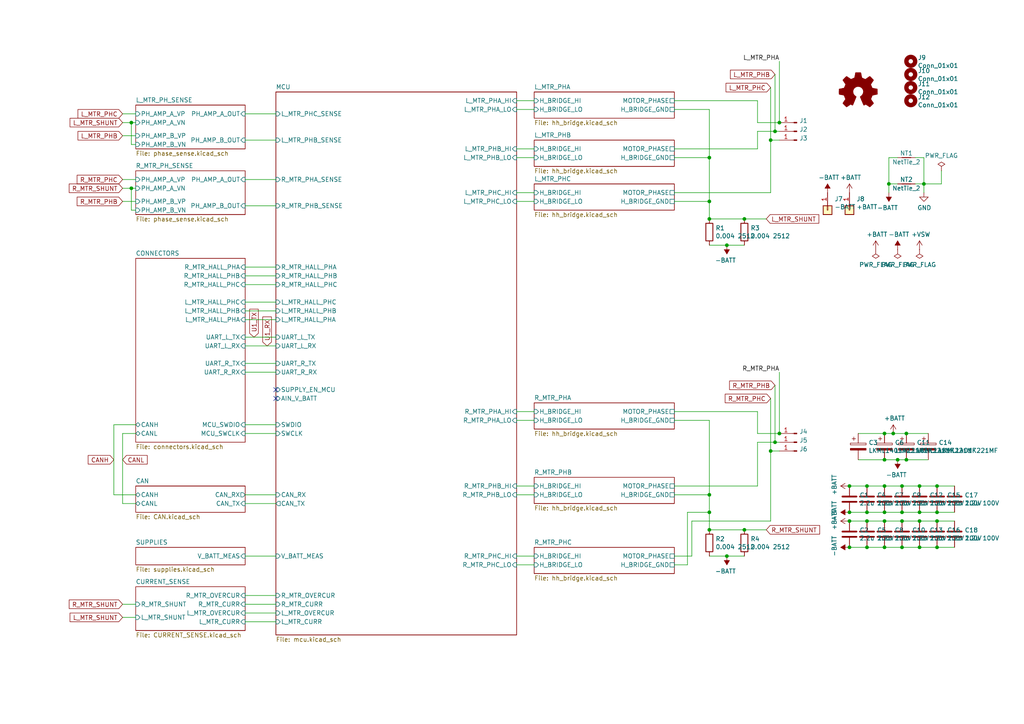
<source format=kicad_sch>
(kicad_sch (version 20211123) (generator eeschema)
  (paper "A4")
  (lib_symbols
    (symbol "Connector:Conn_01x01_Male" (pin_names (offset 1.016) hide)
      (property "Reference" "J" (at 0 2.54 0))
      (property "Value" "Conn_01x01_Male" (at 0 -2.54 0))
      (symbol "Conn_01x01_Male_1_1"
        (pin passive line (at 5.08 0 180) (length 3.81) (name "Pin_1") (number "1"))
      )
    )
    (symbol "Connector_Generic:Conn_01x01" (pin_names (offset 1.016) hide)
      (property "Reference" "J" (at 0 2.54 0))
      (property "Value" "Conn_01x01" (at 0 -2.54 0))
      (symbol "Conn_01x01_1_1"
        (pin passive line (at -5.08 0 0) (length 3.81) (name "Pin_1") (number "1"))
      )
    )
    (symbol "Connector_Generic:Conn_01x06" (pin_names (offset 1.016) hide)
      (property "Reference" "J" (at 0 7.62 0))
      (property "Value" "Conn_01x06" (at 0 -10.16 0))
      (symbol "Conn_01x06_1_1"
        (pin passive line (at -5.08 5.08 0) (length 3.81) (name "Pin_1") (number "1"))
        (pin passive line (at -5.08 2.54 0) (length 3.81) (name "Pin_2") (number "2"))
        (pin passive line (at -5.08 0 0) (length 3.81) (name "Pin_3") (number "3"))
        (pin passive line (at -5.08 -2.54 0) (length 3.81) (name "Pin_4") (number "4"))
        (pin passive line (at -5.08 -5.08 0) (length 3.81) (name "Pin_5") (number "5"))
        (pin passive line (at -5.08 -7.62 0) (length 3.81) (name "Pin_6") (number "6"))
      )
    )
    (symbol "Device:C" (pin_numbers hide) (pin_names (offset 0.254))
      (property "Reference" "C" (at 0.635 2.54 0))
      (property "Value" "C" (at 0.635 -2.54 0))
      (symbol "C_1_1"
        (pin passive line (at 0 3.81 270) (length 2.794) (name "~") (number "1"))
        (pin passive line (at 0 -3.81 90) (length 2.794) (name "~") (number "2"))
      )
    )
    (symbol "Device:C_Polarized" (pin_numbers hide) (pin_names (offset 0.254))
      (property "Reference" "C" (at 0.635 2.54 0))
      (property "Value" "C_Polarized" (at 0.635 -2.54 0))
      (symbol "C_Polarized_1_1"
        (pin passive line (at 0 3.81 270) (length 2.794) (name "~") (number "1"))
        (pin passive line (at 0 -3.81 90) (length 2.794) (name "~") (number "2"))
      )
    )
    (symbol "Device:NetTie_2" (pin_numbers hide) (pin_names (offset 0) hide)
      (property "Reference" "NT" (at 0 1.27 0))
      (property "Value" "NetTie_2" (at 0 -1.27 0))
      (symbol "NetTie_2_1_1"
        (pin passive line (at -2.54 0 0) (length 2.54) (name "1") (number "1"))
        (pin passive line (at 2.54 0 180) (length 2.54) (name "2") (number "2"))
      )
    )
    (symbol "Device:R" (pin_numbers hide) (pin_names (offset 0))
      (property "Reference" "R" (at 2.032 0 90))
      (property "Value" "R" (at 0 0 90))
      (symbol "R_1_1"
        (pin passive line (at 0 3.81 270) (length 1.27) (name "~") (number "1"))
        (pin passive line (at 0 -3.81 90) (length 1.27) (name "~") (number "2"))
      )
    )
    (symbol "Graphic:Logo_Open_Hardware_Small" (pin_names (offset 1.016)))
    (symbol "Interface_CAN_LIN:TJA1051T-3" (pin_names (offset 1.016))
      (property "Reference" "U" (at -10.16 8.89 0))
      (property "Value" "TJA1051T-3" (at 1.27 8.89 0))
      (symbol "TJA1051T-3_1_1"
        (pin input line (at -12.7 5.08 0) (length 2.54) (name "TXD") (number "1"))
        (pin power_in line (at 0 -10.16 90) (length 2.54) (name "GND") (number "2"))
        (pin power_in line (at 0 10.16 270) (length 2.54) (name "VCC") (number "3"))
        (pin output line (at -12.7 2.54 0) (length 2.54) (name "RXD") (number "4"))
        (pin power_in line (at -12.7 -2.54 0) (length 2.54) (name "VIO") (number "5"))
        (pin bidirectional line (at 12.7 -2.54 180) (length 2.54) (name "CANL") (number "6"))
        (pin bidirectional line (at 12.7 2.54 180) (length 2.54) (name "CANH") (number "7"))
        (pin input line (at -12.7 -5.08 0) (length 2.54) (name "S") (number "8"))
      )
    )
    (symbol "Mechanical:MountingHole" (pin_names (offset 1.016))
      (property "Reference" "H" (at 0 5.08 0))
      (property "Value" "MountingHole" (at 0 3.175 0))
    )
    (symbol "RF_Module:ESP32-WROOM-32"
      (property "Reference" "U" (at -12.7 34.29 0))
      (property "Value" "ESP32-WROOM-32" (at 1.27 34.29 0))
      (symbol "ESP32-WROOM-32_1_1"
        (pin power_in line (at 0 -35.56 90) (length 2.54) (name "GND") (number "1"))
        (pin bidirectional line (at 15.24 -12.7 180) (length 2.54) (name "IO25") (number "10"))
        (pin bidirectional line (at 15.24 -15.24 180) (length 2.54) (name "IO26") (number "11"))
        (pin bidirectional line (at 15.24 -17.78 180) (length 2.54) (name "IO27") (number "12"))
        (pin bidirectional line (at 15.24 10.16 180) (length 2.54) (name "IO14") (number "13"))
        (pin bidirectional line (at 15.24 15.24 180) (length 2.54) (name "IO12") (number "14"))
        (pin passive line (at 0 -35.56 90) (length 2.54) hide (name "GND") (number "15"))
        (pin bidirectional line (at 15.24 12.7 180) (length 2.54) (name "IO13") (number "16"))
        (pin bidirectional line (at -15.24 -5.08 0) (length 2.54) (name "SHD/SD2") (number "17"))
        (pin bidirectional line (at -15.24 -7.62 0) (length 2.54) (name "SWP/SD3") (number "18"))
        (pin bidirectional line (at -15.24 -12.7 0) (length 2.54) (name "SCS/CMD") (number "19"))
        (pin power_in line (at 0 35.56 270) (length 2.54) (name "VDD") (number "2"))
        (pin bidirectional line (at -15.24 -10.16 0) (length 2.54) (name "SCK/CLK") (number "20"))
        (pin bidirectional line (at -15.24 0 0) (length 2.54) (name "SDO/SD0") (number "21"))
        (pin bidirectional line (at -15.24 -2.54 0) (length 2.54) (name "SDI/SD1") (number "22"))
        (pin bidirectional line (at 15.24 7.62 180) (length 2.54) (name "IO15") (number "23"))
        (pin bidirectional line (at 15.24 25.4 180) (length 2.54) (name "IO2") (number "24"))
        (pin bidirectional line (at 15.24 30.48 180) (length 2.54) (name "IO0") (number "25"))
        (pin bidirectional line (at 15.24 20.32 180) (length 2.54) (name "IO4") (number "26"))
        (pin bidirectional line (at 15.24 5.08 180) (length 2.54) (name "IO16") (number "27"))
        (pin bidirectional line (at 15.24 2.54 180) (length 2.54) (name "IO17") (number "28"))
        (pin bidirectional line (at 15.24 17.78 180) (length 2.54) (name "IO5") (number "29"))
        (pin input line (at -15.24 30.48 0) (length 2.54) (name "EN") (number "3"))
        (pin bidirectional line (at 15.24 0 180) (length 2.54) (name "IO18") (number "30"))
        (pin bidirectional line (at 15.24 -2.54 180) (length 2.54) (name "IO19") (number "31"))
        (pin no_connect line (at -12.7 -27.94 0) (length 2.54) hide (name "NC") (number "32"))
        (pin bidirectional line (at 15.24 -5.08 180) (length 2.54) (name "IO21") (number "33"))
        (pin bidirectional line (at 15.24 22.86 180) (length 2.54) (name "RXD0/IO3") (number "34"))
        (pin bidirectional line (at 15.24 27.94 180) (length 2.54) (name "TXD0/IO1") (number "35"))
        (pin bidirectional line (at 15.24 -7.62 180) (length 2.54) (name "IO22") (number "36"))
        (pin bidirectional line (at 15.24 -10.16 180) (length 2.54) (name "IO23") (number "37"))
        (pin passive line (at 0 -35.56 90) (length 2.54) hide (name "GND") (number "38"))
        (pin passive line (at 0 -35.56 90) (length 2.54) hide (name "GND") (number "39"))
        (pin input line (at -15.24 25.4 0) (length 2.54) (name "SENSOR_VP") (number "4"))
        (pin input line (at -15.24 22.86 0) (length 2.54) (name "SENSOR_VN") (number "5"))
        (pin input line (at 15.24 -25.4 180) (length 2.54) (name "IO34") (number "6"))
        (pin input line (at 15.24 -27.94 180) (length 2.54) (name "IO35") (number "7"))
        (pin bidirectional line (at 15.24 -20.32 180) (length 2.54) (name "IO32") (number "8"))
        (pin bidirectional line (at 15.24 -22.86 180) (length 2.54) (name "IO33") (number "9"))
      )
    )
    (symbol "Sensor_Temperature:LM75B" (pin_names (offset 1.016))
      (property "Reference" "U" (at -6.35 11.43 0))
      (property "Value" "LM75B" (at 0 11.43 0))
      (symbol "LM75B_1_1"
        (pin bidirectional line (at -10.16 2.54 0) (length 2.54) (name "SDA") (number "1"))
        (pin input line (at -10.16 0 0) (length 2.54) (name "SCL") (number "2"))
        (pin open_collector line (at -10.16 -2.54 0) (length 2.54) (name "O.S.") (number "3"))
        (pin power_in line (at 0 -12.7 90) (length 2.54) (name "GND") (number "4"))
        (pin input line (at 10.16 -2.54 180) (length 2.54) (name "A2") (number "5"))
        (pin input line (at 10.16 0 180) (length 2.54) (name "A1") (number "6"))
        (pin input line (at 10.16 2.54 180) (length 2.54) (name "A0") (number "7"))
        (pin power_in line (at 0 12.7 270) (length 2.54) (name "+Vs") (number "8"))
      )
    )
    (symbol "power:+3.3V" (power) (pin_names (offset 0))
      (property "Value" "+3.3V" (at 0 3.556 0))
      (symbol "+3.3V_1_1"
        (pin power_in line (at 0 0 90) (length 0) hide (name "+3V3") (number "1"))
      )
    )
    (symbol "power:+5V" (power) (pin_names (offset 0))
      (property "Value" "+5V" (at 0 3.556 0))
      (symbol "+5V_1_1"
        (pin power_in line (at 0 0 90) (length 0) hide (name "+5V") (number "1"))
      )
    )
    (symbol "power:+BATT" (power) (pin_names (offset 0))
      (property "Value" "+BATT" (at 0 3.556 0))
      (symbol "+BATT_1_1"
        (pin power_in line (at 0 0 90) (length 0) hide (name "+BATT") (number "1"))
      )
    )
    (symbol "power:+VSW" (power) (pin_names (offset 0))
      (property "Value" "+VSW" (at 0 3.556 0))
      (symbol "+VSW_1_1"
        (pin power_in line (at 0 0 90) (length 0) hide (name "+VSW") (number "1"))
      )
    )
    (symbol "power:-BATT" (power) (pin_names (offset 0))
      (property "Value" "-BATT" (at 0 3.556 0))
      (symbol "-BATT_1_1"
        (pin power_in line (at 0 0 90) (length 0) hide (name "-BATT") (number "1"))
      )
    )
    (symbol "power:GND" (power) (pin_names (offset 0))
      (property "Value" "GND" (at 0 -3.81 0))
      (symbol "GND_1_1"
        (pin power_in line (at 0 0 270) (length 0) hide (name "GND") (number "1"))
      )
    )
    (symbol "power:PWR_FLAG" (power) (pin_numbers hide) (pin_names (offset 0) hide)
      (property "Value" "PWR_FLAG" (at 0 3.81 0))
      (symbol "PWR_FLAG_0_0"
        (pin power_out line (at 0 0 90) (length 0) (name "pwr") (number "1"))
      )
    )
  )
  (junction (at 205.74 148.59))
  (junction (at 205.74 153.67))
  (junction (at 251.46 148.59))
  (junction (at 223.52 130.81))
  (junction (at 246.38 140.97))
  (junction (at 257.81 53.34))
  (junction (at 224.79 38.1))
  (junction (at 205.74 45.72))
  (junction (at 266.7 151.13))
  (junction (at 256.54 151.13))
  (junction (at 38.1 35.56))
  (junction (at 251.46 158.75))
  (junction (at 246.38 158.75))
  (junction (at 251.46 151.13))
  (junction (at 261.62 148.59))
  (junction (at 271.78 151.13))
  (junction (at 259.08 125.73))
  (junction (at 261.62 151.13))
  (junction (at 205.74 58.42))
  (junction (at 262.89 125.73))
  (junction (at 266.7 140.97))
  (junction (at 226.06 125.73))
  (junction (at 256.54 125.73))
  (junction (at 256.54 140.97))
  (junction (at 261.62 158.75))
  (junction (at 256.54 158.75))
  (junction (at 215.9 153.67))
  (junction (at 223.52 40.64))
  (junction (at 260.35 133.35))
  (junction (at 455.93 59.69))
  (junction (at 224.79 128.27))
  (junction (at 210.82 161.29))
  (junction (at 210.82 71.12))
  (junction (at 261.62 140.97))
  (junction (at 271.78 140.97))
  (junction (at 215.9 63.5))
  (junction (at 266.7 148.59))
  (junction (at 205.74 63.5))
  (junction (at 205.74 143.51))
  (junction (at 266.7 158.75))
  (junction (at 267.97 53.34))
  (junction (at 271.78 148.59))
  (junction (at 262.89 133.35))
  (junction (at 246.38 148.59))
  (junction (at 251.46 140.97))
  (junction (at 256.54 133.35))
  (junction (at 38.1 54.61))
  (junction (at 256.54 148.59))
  (junction (at 271.78 158.75))
  (junction (at 246.38 151.13))
  (junction (at 226.06 35.56))
  (no_connect (at 80.01 115.57))
  (no_connect (at 80.01 113.03))
  (wire (pts (xy 154.94 55.88) (xy 149.86 55.88)))
  (wire (pts (xy 269.24 133.35) (xy 262.89 133.35)))
  (wire (pts (xy 205.74 143.51) (xy 205.74 148.59)))
  (wire (pts (xy 71.12 100.33) (xy 80.01 100.33)))
  (wire (pts (xy 154.94 58.42) (xy 149.86 58.42)))
  (wire (pts (xy 246.38 148.59) (xy 251.46 148.59)))
  (wire (pts (xy 71.12 177.8) (xy 80.01 177.8)))
  (wire (pts (xy 226.06 17.78) (xy 226.06 35.56)))
  (wire (pts (xy 256.54 158.75) (xy 251.46 158.75)))
  (wire (pts (xy 205.74 148.59) (xy 205.74 153.67)))
  (wire (pts (xy 260.35 133.35) (xy 256.54 133.35)))
  (wire (pts (xy 363.22 24.13) (xy 363.22 22.86)))
  (wire (pts (xy 226.06 125.73) (xy 219.71 125.73)))
  (wire (pts (xy 200.66 161.29) (xy 195.58 161.29)))
  (wire (pts (xy 219.71 38.1) (xy 219.71 43.18)))
  (wire (pts (xy 35.56 54.61) (xy 38.1 54.61)))
  (wire (pts (xy 205.74 143.51) (xy 195.58 143.51)))
  (wire (pts (xy 205.74 63.5) (xy 205.74 58.42)))
  (wire (pts (xy 259.08 125.73) (xy 256.54 125.73)))
  (wire (pts (xy 71.12 161.29) (xy 80.01 161.29)))
  (wire (pts (xy 246.38 151.13) (xy 251.46 151.13)))
  (wire (pts (xy 35.56 35.56) (xy 38.1 35.56)))
  (wire (pts (xy 80.01 146.05) (xy 71.12 146.05)))
  (wire (pts (xy 261.62 151.13) (xy 266.7 151.13)))
  (wire (pts (xy 369.57 24.13) (xy 363.22 24.13)))
  (wire (pts (xy 33.02 143.51) (xy 33.02 123.19)))
  (wire (pts (xy 271.78 140.97) (xy 276.86 140.97)))
  (wire (pts (xy 223.52 40.64) (xy 223.52 55.88)))
  (wire (pts (xy 224.79 111.76) (xy 224.79 128.27)))
  (wire (pts (xy 38.1 54.61) (xy 38.1 60.96)))
  (wire (pts (xy 205.74 121.92) (xy 195.58 121.92)))
  (wire (pts (xy 256.54 151.13) (xy 261.62 151.13)))
  (wire (pts (xy 38.1 35.56) (xy 39.37 35.56)))
  (wire (pts (xy 71.12 97.79) (xy 80.01 97.79)))
  (wire (pts (xy 266.7 140.97) (xy 271.78 140.97)))
  (wire (pts (xy 205.74 121.92) (xy 205.74 143.51)))
  (wire (pts (xy 205.74 31.75) (xy 195.58 31.75)))
  (wire (pts (xy 205.74 58.42) (xy 195.58 58.42)))
  (wire (pts (xy 35.56 146.05) (xy 35.56 125.73)))
  (wire (pts (xy 400.05 34.29) (xy 410.21 34.29)))
  (wire (pts (xy 265.43 53.34) (xy 267.97 53.34)))
  (wire (pts (xy 35.56 39.37) (xy 39.37 39.37)))
  (wire (pts (xy 215.9 161.29) (xy 210.82 161.29)))
  (wire (pts (xy 38.1 35.56) (xy 38.1 41.91)))
  (wire (pts (xy 35.56 125.73) (xy 39.37 125.73)))
  (wire (pts (xy 257.81 45.72) (xy 257.81 53.34)))
  (wire (pts (xy 256.54 125.73) (xy 248.92 125.73)))
  (wire (pts (xy 35.56 52.07) (xy 39.37 52.07)))
  (wire (pts (xy 266.7 158.75) (xy 261.62 158.75)))
  (wire (pts (xy 71.12 33.02) (xy 80.01 33.02)))
  (wire (pts (xy 71.12 82.55) (xy 80.01 82.55)))
  (wire (pts (xy 215.9 71.12) (xy 210.82 71.12)))
  (wire (pts (xy 223.52 40.64) (xy 226.06 40.64)))
  (wire (pts (xy 219.71 35.56) (xy 219.71 29.21)))
  (wire (pts (xy 71.12 125.73) (xy 80.01 125.73)))
  (wire (pts (xy 154.94 163.83) (xy 149.86 163.83)))
  (wire (pts (xy 223.52 25.4) (xy 223.52 40.64)))
  (wire (pts (xy 205.74 45.72) (xy 195.58 45.72)))
  (wire (pts (xy 71.12 172.72) (xy 80.01 172.72)))
  (wire (pts (xy 71.12 77.47) (xy 80.01 77.47)))
  (wire (pts (xy 219.71 43.18) (xy 195.58 43.18)))
  (wire (pts (xy 224.79 128.27) (xy 226.06 128.27)))
  (wire (pts (xy 199.39 148.59) (xy 199.39 163.83)))
  (wire (pts (xy 267.97 45.72) (xy 267.97 53.34)))
  (wire (pts (xy 261.62 158.75) (xy 256.54 158.75)))
  (wire (pts (xy 71.12 180.34) (xy 80.01 180.34)))
  (wire (pts (xy 224.79 128.27) (xy 219.71 128.27)))
  (wire (pts (xy 154.94 161.29) (xy 149.86 161.29)))
  (wire (pts (xy 443.23 59.69) (xy 455.93 59.69)))
  (wire (pts (xy 222.25 63.5) (xy 215.9 63.5)))
  (wire (pts (xy 154.94 143.51) (xy 149.86 143.51)))
  (wire (pts (xy 246.38 140.97) (xy 251.46 140.97)))
  (wire (pts (xy 205.74 148.59) (xy 199.39 148.59)))
  (wire (pts (xy 266.7 151.13) (xy 271.78 151.13)))
  (wire (pts (xy 210.82 161.29) (xy 205.74 161.29)))
  (wire (pts (xy 71.12 40.64) (xy 80.01 40.64)))
  (wire (pts (xy 35.56 175.26) (xy 39.37 175.26)))
  (wire (pts (xy 39.37 179.07) (xy 35.56 179.07)))
  (wire (pts (xy 266.7 148.59) (xy 271.78 148.59)))
  (wire (pts (xy 256.54 133.35) (xy 248.92 133.35)))
  (wire (pts (xy 224.79 38.1) (xy 219.71 38.1)))
  (wire (pts (xy 223.52 130.81) (xy 226.06 130.81)))
  (wire (pts (xy 262.89 133.35) (xy 260.35 133.35)))
  (wire (pts (xy 219.71 119.38) (xy 195.58 119.38)))
  (wire (pts (xy 71.12 52.07) (xy 80.01 52.07)))
  (wire (pts (xy 38.1 54.61) (xy 39.37 54.61)))
  (wire (pts (xy 71.12 107.95) (xy 80.01 107.95)))
  (wire (pts (xy 260.35 53.34) (xy 257.81 53.34)))
  (wire (pts (xy 39.37 143.51) (xy 33.02 143.51)))
  (wire (pts (xy 251.46 158.75) (xy 246.38 158.75)))
  (wire (pts (xy 223.52 115.57) (xy 223.52 130.81)))
  (wire (pts (xy 205.74 45.72) (xy 205.74 31.75)))
  (wire (pts (xy 261.62 140.97) (xy 266.7 140.97)))
  (wire (pts (xy 219.71 29.21) (xy 195.58 29.21)))
  (wire (pts (xy 154.94 45.72) (xy 149.86 45.72)))
  (wire (pts (xy 219.71 125.73) (xy 219.71 119.38)))
  (wire (pts (xy 222.25 153.67) (xy 215.9 153.67)))
  (wire (pts (xy 251.46 140.97) (xy 256.54 140.97)))
  (wire (pts (xy 80.01 143.51) (xy 71.12 143.51)))
  (wire (pts (xy 223.52 151.13) (xy 200.66 151.13)))
  (wire (pts (xy 71.12 80.01) (xy 80.01 80.01)))
  (wire (pts (xy 261.62 148.59) (xy 266.7 148.59)))
  (wire (pts (xy 251.46 151.13) (xy 256.54 151.13)))
  (wire (pts (xy 271.78 148.59) (xy 276.86 148.59)))
  (wire (pts (xy 71.12 175.26) (xy 80.01 175.26)))
  (wire (pts (xy 223.52 55.88) (xy 195.58 55.88)))
  (wire (pts (xy 38.1 41.91) (xy 39.37 41.91)))
  (wire (pts (xy 257.81 53.34) (xy 257.81 55.88)))
  (wire (pts (xy 223.52 130.81) (xy 223.52 151.13)))
  (wire (pts (xy 35.56 33.02) (xy 39.37 33.02)))
  (wire (pts (xy 267.97 53.34) (xy 267.97 55.88)))
  (wire (pts (xy 71.12 90.17) (xy 80.01 90.17)))
  (wire (pts (xy 205.74 58.42) (xy 205.74 45.72)))
  (wire (pts (xy 210.82 71.12) (xy 205.74 71.12)))
  (wire (pts (xy 226.06 107.95) (xy 226.06 125.73)))
  (wire (pts (xy 224.79 21.59) (xy 224.79 38.1)))
  (wire (pts (xy 265.43 45.72) (xy 267.97 45.72)))
  (wire (pts (xy 154.94 121.92) (xy 149.86 121.92)))
  (wire (pts (xy 71.12 92.71) (xy 80.01 92.71)))
  (wire (pts (xy 271.78 151.13) (xy 276.86 151.13)))
  (wire (pts (xy 71.12 59.69) (xy 80.01 59.69)))
  (wire (pts (xy 39.37 146.05) (xy 35.56 146.05)))
  (wire (pts (xy 269.24 125.73) (xy 262.89 125.73)))
  (wire (pts (xy 215.9 63.5) (xy 205.74 63.5)))
  (wire (pts (xy 199.39 163.83) (xy 195.58 163.83)))
  (wire (pts (xy 71.12 87.63) (xy 80.01 87.63)))
  (wire (pts (xy 273.05 53.34) (xy 267.97 53.34)))
  (wire (pts (xy 273.05 49.53) (xy 273.05 53.34)))
  (wire (pts (xy 35.56 58.42) (xy 39.37 58.42)))
  (wire (pts (xy 443.23 54.61) (xy 443.23 59.69)))
  (wire (pts (xy 219.71 128.27) (xy 219.71 140.97)))
  (wire (pts (xy 33.02 123.19) (xy 39.37 123.19)))
  (wire (pts (xy 154.94 119.38) (xy 149.86 119.38)))
  (wire (pts (xy 410.21 24.13) (xy 400.05 24.13)))
  (wire (pts (xy 262.89 125.73) (xy 259.08 125.73)))
  (wire (pts (xy 71.12 105.41) (xy 80.01 105.41)))
  (wire (pts (xy 410.21 22.86) (xy 410.21 24.13)))
  (wire (pts (xy 271.78 158.75) (xy 266.7 158.75)))
  (wire (pts (xy 276.86 158.75) (xy 271.78 158.75)))
  (wire (pts (xy 260.35 45.72) (xy 257.81 45.72)))
  (wire (pts (xy 215.9 153.67) (xy 205.74 153.67)))
  (wire (pts (xy 154.94 140.97) (xy 149.86 140.97)))
  (wire (pts (xy 154.94 31.75) (xy 149.86 31.75)))
  (wire (pts (xy 256.54 148.59) (xy 261.62 148.59)))
  (wire (pts (xy 200.66 151.13) (xy 200.66 161.29)))
  (wire (pts (xy 149.86 29.21) (xy 154.94 29.21)))
  (wire (pts (xy 224.79 38.1) (xy 226.06 38.1)))
  (wire (pts (xy 400.05 29.21) (xy 410.21 29.21)))
  (wire (pts (xy 226.06 35.56) (xy 219.71 35.56)))
  (wire (pts (xy 219.71 140.97) (xy 195.58 140.97)))
  (wire (pts (xy 256.54 140.97) (xy 261.62 140.97)))
  (wire (pts (xy 71.12 123.19) (xy 80.01 123.19)))
  (wire (pts (xy 154.94 43.18) (xy 149.86 43.18)))
  (wire (pts (xy 38.1 60.96) (xy 39.37 60.96)))
  (wire (pts (xy 251.46 148.59) (xy 256.54 148.59)))
  (label "R_MTR_PHA" (at 226.06 107.95 180))
  (label "L_MTR_PHA" (at 226.06 17.78 180))
  (global_label "CANL" (shape input) (at 35.56 133.35 0) (property "Intersheet References" "${INTERSHEET_REFS}" (effects hide)))
  (global_label "ESP_EN" (shape input) (at 508 36.83 0) (property "Intersheet References" "${INTERSHEET_REFS}" (effects hide)))
  (global_label "ESP_CAN_TX" (shape input) (at 400.05 59.69 0) (property "Intersheet References" "${INTERSHEET_REFS}" (effects hide)))
  (global_label "U1_RX" (shape input) (at 410.21 34.29 0) (property "Intersheet References" "${INTERSHEET_REFS}" (effects hide)))
  (global_label "L_MTR_PHB" (shape input) (at 35.56 39.37 180) (property "Intersheet References" "${INTERSHEET_REFS}" (effects hide)))
  (global_label "R_MTR_PHC" (shape input) (at 35.56 52.07 180) (property "Intersheet References" "${INTERSHEET_REFS}" (effects hide)))
  (global_label "CANH" (shape input) (at 33.02 133.35 180) (property "Intersheet References" "${INTERSHEET_REFS}" (effects hide)))
  (global_label "ESP_RX" (shape input) (at 400.05 31.75 0) (property "Intersheet References" "${INTERSHEET_REFS}" (effects hide)))
  (global_label "CANL" (shape input) (at 468.63 52.07 0) (property "Intersheet References" "${INTERSHEET_REFS}" (effects hide)))
  (global_label "R_MTR_PHC" (shape input) (at 223.52 115.57 180) (property "Intersheet References" "${INTERSHEET_REFS}" (effects hide)))
  (global_label "ESP_TX" (shape input) (at 508 34.29 0) (property "Intersheet References" "${INTERSHEET_REFS}" (effects hide)))
  (global_label "SDA" (shape input) (at 419.1 90.17 180) (property "Intersheet References" "${INTERSHEET_REFS}" (effects hide)))
  (global_label "ESP_TX" (shape input) (at 400.05 26.67 0) (property "Intersheet References" "${INTERSHEET_REFS}" (effects hide)))
  (global_label "L_MTR_SHUNT" (shape input) (at 35.56 35.56 180) (property "Intersheet References" "${INTERSHEET_REFS}" (effects hide)))
  (global_label "L_MTR_PHC" (shape input) (at 223.52 25.4 180) (property "Intersheet References" "${INTERSHEET_REFS}" (effects hide)))
  (global_label "ESP_IO0" (shape input) (at 508 39.37 0) (property "Intersheet References" "${INTERSHEET_REFS}" (effects hide)))
  (global_label "L_MTR_SHUNT" (shape input) (at 222.25 63.5 0) (property "Intersheet References" "${INTERSHEET_REFS}" (effects hide)))
  (global_label "U1_TX" (shape input) (at 73.66 97.79 90) (property "Intersheet References" "${INTERSHEET_REFS}" (effects hide)))
  (global_label "R_MTR_PHB" (shape input) (at 224.79 111.76 180) (property "Intersheet References" "${INTERSHEET_REFS}" (effects hide)))
  (global_label "SDA" (shape input) (at 453.39 90.17 180) (property "Intersheet References" "${INTERSHEET_REFS}" (effects hide)))
  (global_label "L_MTR_PHB" (shape input) (at 224.79 21.59 180) (property "Intersheet References" "${INTERSHEET_REFS}" (effects hide)))
  (global_label "ESP_IO0" (shape input) (at 410.21 24.13 0) (property "Intersheet References" "${INTERSHEET_REFS}" (effects hide)))
  (global_label "R_MTR_SHUNT" (shape input) (at 222.25 153.67 0) (property "Intersheet References" "${INTERSHEET_REFS}" (effects hide)))
  (global_label "L_MTR_PHC" (shape input) (at 35.56 33.02 180) (property "Intersheet References" "${INTERSHEET_REFS}" (effects hide)))
  (global_label "SCL" (shape input) (at 419.1 92.71 180) (property "Intersheet References" "${INTERSHEET_REFS}" (effects hide)))
  (global_label "SCL" (shape input) (at 453.39 92.71 180) (property "Intersheet References" "${INTERSHEET_REFS}" (effects hide)))
  (global_label "R_MTR_PHB" (shape input) (at 35.56 58.42 180) (property "Intersheet References" "${INTERSHEET_REFS}" (effects hide)))
  (global_label "SCL" (shape input) (at 400.05 57.15 0) (property "Intersheet References" "${INTERSHEET_REFS}" (effects hide)))
  (global_label "ESP_RX" (shape input) (at 508 31.75 0) (property "Intersheet References" "${INTERSHEET_REFS}" (effects hide)))
  (global_label "L_MTR_SHUNT" (shape input) (at 35.56 179.07 180) (property "Intersheet References" "${INTERSHEET_REFS}" (effects hide)))
  (global_label "ESP_CAN_RX" (shape input) (at 400.05 62.23 0) (property "Intersheet References" "${INTERSHEET_REFS}" (effects hide)))
  (global_label "U1_TX" (shape input) (at 410.21 29.21 0) (property "Intersheet References" "${INTERSHEET_REFS}" (effects hide)))
  (global_label "ESP_CAN_TX" (shape input) (at 443.23 44.45 180) (property "Intersheet References" "${INTERSHEET_REFS}" (effects hide)))
  (global_label "SDA" (shape input) (at 400.05 54.61 0) (property "Intersheet References" "${INTERSHEET_REFS}" (effects hide)))
  (global_label "ESP_EN" (shape input) (at 363.22 24.13 180) (property "Intersheet References" "${INTERSHEET_REFS}" (effects hide)))
  (global_label "R_MTR_SHUNT" (shape input) (at 35.56 175.26 180) (property "Intersheet References" "${INTERSHEET_REFS}" (effects hide)))
  (global_label "CANH" (shape input) (at 468.63 46.99 0) (property "Intersheet References" "${INTERSHEET_REFS}" (effects hide)))
  (global_label "ESP_CAN_RX" (shape input) (at 443.23 46.99 180) (property "Intersheet References" "${INTERSHEET_REFS}" (effects hide)))
  (global_label "U1_RX" (shape input) (at 77.47 100.33 90) (property "Intersheet References" "${INTERSHEET_REFS}" (effects hide)))
  (global_label "R_MTR_SHUNT" (shape input) (at 35.56 54.61 180) (property "Intersheet References" "${INTERSHEET_REFS}" (effects hide)))
  (symbol (lib_id "power:+BATT") (at 254 72.39 0) (unit 1)
    (property "Reference" "#PWR09" (effects hide))
    (property "Value" "+BATT" (at 254.381 67.9958 0))
  )
  (symbol (lib_id "power:-BATT") (at 260.35 72.39 0) (unit 1)
    (property "Reference" "#PWR012" (effects hide))
    (property "Value" "-BATT" (at 260.731 67.9958 0))
  )
  (symbol (lib_id "power:+VSW") (at 266.7 72.39 0) (unit 1)
    (property "Reference" "#PWR014" (effects hide))
    (property "Value" "+VSW" (at 267.081 67.9958 0))
  )
  (symbol (lib_id "power:PWR_FLAG") (at 254 72.39 180) (unit 1)
    (property "Reference" "#FLG01" (effects hide))
    (property "Value" "PWR_FLAG" (at 254 76.7842 0))
  )
  (symbol (lib_id "power:PWR_FLAG") (at 260.35 72.39 180) (unit 1)
    (property "Reference" "#FLG02" (effects hide))
    (property "Value" "PWR_FLAG" (at 260.35 76.7842 0))
  )
  (symbol (lib_id "power:PWR_FLAG") (at 266.7 72.39 180) (unit 1)
    (property "Reference" "#FLG03" (effects hide))
    (property "Value" "PWR_FLAG" (at 266.7 76.7842 0))
  )
  (symbol (lib_id "Device:NetTie_2") (at 262.89 53.34 0) (unit 1)
    (property "Reference" "NT2" (at 262.89 52.07 0))
    (property "Value" "NetTie_2" (at 262.89 54.61 0))
    (property "Footprint" "NetTie:NetTie-2_SMD_Pad2.0mm" (effects hide))
    (property "place" "dnp" (effects hide))
  )
  (symbol (lib_id "Device:NetTie_2") (at 262.89 45.72 0) (unit 1)
    (property "Reference" "NT1" (at 262.89 44.45 0))
    (property "Value" "NetTie_2" (at 262.89 46.99 0))
    (property "Footprint" "NetTie:NetTie-2_SMD_Pad2.0mm" (effects hide))
    (property "place" "dnp" (effects hide))
  )
  (symbol (lib_id "power:PWR_FLAG") (at 273.05 49.53 0) (unit 1)
    (property "Reference" "#FLG04" (effects hide))
    (property "Value" "PWR_FLAG" (at 273.05 45.1358 0))
  )
  (symbol (lib_id "Graphic:Logo_Open_Hardware_Small") (at 248.92 26.67 0) (unit 1)
    (property "Reference" "LOGO1" (effects hide))
    (property "Value" "Logo_Open_Hardware_Small" (effects hide))
    (property "place" "dnp" (effects hide))
  )
  (symbol (lib_id "power:+BATT") (at 259.08 125.73 0) (unit 1)
    (property "Reference" "#PWR011" (effects hide))
    (property "Value" "+BATT" (at 259.461 121.3358 0))
  )
  (symbol (lib_id "power:-BATT") (at 260.35 133.35 180) (unit 1)
    (property "Reference" "#PWR013" (effects hide))
    (property "Value" "-BATT" (at 259.969 137.7442 0))
  )
  (symbol (lib_id "Device:C_Polarized") (at 248.92 129.54 0) (unit 1)
    (property "Reference" "C3" (at 251.9172 128.3716 0) (effects (justify left)))
    (property "Value" "LKML1401K221MF" (at 251.9172 130.683 0) (effects (justify left)))
    (property "Footprint" "Capacitor_THT:CP_Radial_D12.5mm_P5.00mm" (effects hide))
    (property "place" "hand" (effects hide))
  )
  (symbol (lib_id "Device:C_Polarized") (at 256.54 129.54 0) (unit 1)
    (property "Reference" "C6" (at 259.5372 128.3716 0) (effects (justify left)))
    (property "Value" "LKML1401K221MF" (at 259.5372 130.683 0) (effects (justify left)))
    (property "Footprint" "Capacitor_THT:CP_Radial_D12.5mm_P5.00mm" (effects hide))
    (property "place" "hand" (effects hide))
  )
  (symbol (lib_id "Device:C_Polarized") (at 262.89 129.54 0) (unit 1)
    (property "Reference" "C11" (at 265.8872 128.3716 0) (effects (justify left)))
    (property "Value" "LKML1401K221MF" (at 265.8872 130.683 0) (effects (justify left)))
    (property "Footprint" "Capacitor_THT:CP_Radial_D12.5mm_P5.00mm" (effects hide))
    (property "place" "hand" (effects hide))
  )
  (symbol (lib_id "Device:C_Polarized") (at 269.24 129.54 0) (unit 1)
    (property "Reference" "C14" (at 272.2372 128.3716 0) (effects (justify left)))
    (property "Value" "LKML1401K221MF" (at 272.2372 130.683 0) (effects (justify left)))
    (property "Footprint" "Capacitor_THT:CP_Radial_D12.5mm_P5.00mm" (effects hide))
    (property "place" "hand" (effects hide))
  )
  (symbol (lib_id "power:-BATT") (at 210.82 71.12 180) (unit 1)
    (property "Reference" "#PWR01" (effects hide))
    (property "Value" "-BATT" (at 210.439 75.5142 0))
  )
  (symbol (lib_id "Device:R") (at 215.9 67.31 0) (unit 1)
    (property "Reference" "R3" (at 217.678 66.1416 0) (effects (justify left)))
    (property "Value" "0.004 2512" (at 217.678 68.453 0) (effects (justify left)))
    (property "Footprint" "Resistor_SMD:R_2512_6332Metric" (effects hide))
    (property "LCSC Part #" "C270946" (effects hide))
  )
  (symbol (lib_id "Device:R") (at 205.74 67.31 0) (unit 1)
    (property "Reference" "R1" (at 207.518 66.1416 0) (effects (justify left)))
    (property "Value" "0.004 2512" (at 207.518 68.453 0) (effects (justify left)))
    (property "Footprint" "Resistor_SMD:R_2512_6332Metric" (effects hide))
    (property "LCSC Part #" "C270946" (effects hide))
  )
  (symbol (lib_id "power:-BATT") (at 210.82 161.29 180) (unit 1)
    (property "Reference" "#PWR02" (effects hide))
    (property "Value" "-BATT" (at 210.439 165.6842 0))
  )
  (symbol (lib_id "Device:R") (at 215.9 157.48 0) (unit 1)
    (property "Reference" "R4" (at 217.678 156.3116 0) (effects (justify left)))
    (property "Value" "0.004 2512" (at 217.678 158.623 0) (effects (justify left)))
    (property "Footprint" "Resistor_SMD:R_2512_6332Metric" (effects hide))
    (property "LCSC Part #" "C270946" (effects hide))
  )
  (symbol (lib_id "Device:R") (at 205.74 157.48 0) (unit 1)
    (property "Reference" "R2" (at 207.518 156.3116 0) (effects (justify left)))
    (property "Value" "0.004 2512" (at 207.518 158.623 0) (effects (justify left)))
    (property "Footprint" "Resistor_SMD:R_2512_6332Metric" (effects hide))
    (property "LCSC Part #" "C270946" (effects hide))
  )
  (symbol (lib_id "Connector:Conn_01x01_Male") (at 231.14 35.56 180) (unit 1)
    (property "Reference" "J1" (at 231.8512 35.0012 0) (effects (justify right)))
    (property "Value" "Conn_01x01_Male" (effects hide))
    (property "Footprint" "Connector_Pin:Pin_D1.4mm_L8.5mm_W2.8mm_FlatFork" (effects hide))
    (property "place" "dnp" (effects hide))
  )
  (symbol (lib_id "Connector:Conn_01x01_Male") (at 231.14 38.1 180) (unit 1)
    (property "Reference" "J2" (at 231.8512 37.5412 0) (effects (justify right)))
    (property "Value" "Conn_01x01_Male" (effects hide))
    (property "Footprint" "Connector_Pin:Pin_D1.4mm_L8.5mm_W2.8mm_FlatFork" (effects hide))
    (property "place" "dnp" (effects hide))
  )
  (symbol (lib_id "Connector:Conn_01x01_Male") (at 231.14 40.64 180) (unit 1)
    (property "Reference" "J3" (at 231.8512 40.0812 0) (effects (justify right)))
    (property "Value" "Conn_01x01_Male" (effects hide))
    (property "Footprint" "Connector_Pin:Pin_D1.4mm_L8.5mm_W2.8mm_FlatFork" (effects hide))
    (property "place" "dnp" (effects hide))
  )
  (symbol (lib_id "Connector:Conn_01x01_Male") (at 231.14 125.73 180) (unit 1)
    (property "Reference" "J4" (at 231.8512 125.1712 0) (effects (justify right)))
    (property "Value" "Conn_01x01_Male" (effects hide))
    (property "Footprint" "Connector_Pin:Pin_D1.4mm_L8.5mm_W2.8mm_FlatFork" (effects hide))
    (property "place" "dnp" (effects hide))
  )
  (symbol (lib_id "Connector:Conn_01x01_Male") (at 231.14 128.27 180) (unit 1)
    (property "Reference" "J5" (at 231.8512 127.7112 0) (effects (justify right)))
    (property "Value" "Conn_01x01_Male" (effects hide))
    (property "Footprint" "Connector_Pin:Pin_D1.4mm_L8.5mm_W2.8mm_FlatFork" (effects hide))
    (property "place" "dnp" (effects hide))
  )
  (symbol (lib_id "Connector:Conn_01x01_Male") (at 231.14 130.81 180) (unit 1)
    (property "Reference" "J6" (at 231.8512 130.2512 0) (effects (justify right)))
    (property "Value" "Conn_01x01_Male" (effects hide))
    (property "Footprint" "Connector_Pin:Pin_D1.4mm_L8.5mm_W2.8mm_FlatFork" (effects hide))
    (property "place" "dnp" (effects hide))
  )
  (symbol (lib_id "Mechanical:MountingHole") (at 264.16 17.78 0) (unit 1)
    (property "Reference" "J9" (at 266.192 16.7132 0) (effects (justify left)))
    (property "Value" "Conn_01x01" (at 266.192 19.0246 0) (effects (justify left)))
    (property "Footprint" "MountingHole:MountingHole_4mm_Pad_Via" (effects hide))
    (property "place" "dnp" (effects hide))
  )
  (symbol (lib_id "Mechanical:MountingHole") (at 264.16 21.59 0) (unit 1)
    (property "Reference" "J10" (at 266.192 20.5232 0) (effects (justify left)))
    (property "Value" "Conn_01x01" (at 266.192 22.8346 0) (effects (justify left)))
    (property "Footprint" "MountingHole:MountingHole_4mm_Pad_Via" (effects hide))
    (property "place" "dnp" (effects hide))
  )
  (symbol (lib_id "Mechanical:MountingHole") (at 264.16 25.4 0) (unit 1)
    (property "Reference" "J11" (at 266.192 24.3332 0) (effects (justify left)))
    (property "Value" "Conn_01x01" (at 266.192 26.6446 0) (effects (justify left)))
    (property "Footprint" "MountingHole:MountingHole_4mm_Pad_Via" (effects hide))
    (property "place" "dnp" (effects hide))
  )
  (symbol (lib_id "Mechanical:MountingHole") (at 264.16 29.21 0) (unit 1)
    (property "Reference" "J12" (at 266.192 28.1432 0) (effects (justify left)))
    (property "Value" "Conn_01x01" (at 266.192 30.4546 0) (effects (justify left)))
    (property "Footprint" "MountingHole:MountingHole_4mm_Pad_Via" (effects hide))
    (property "place" "dnp" (effects hide))
  )
  (symbol (lib_id "power:-BATT") (at 257.81 55.88 180) (unit 1)
    (property "Reference" "#PWR010" (effects hide))
    (property "Value" "-BATT" (at 257.429 60.2742 0))
  )
  (symbol (lib_id "power:GND") (at 267.97 55.88 0) (unit 1)
    (property "Reference" "#PWR015" (effects hide))
    (property "Value" "GND" (at 268.097 60.2742 0))
  )
  (symbol (lib_id "power:+BATT") (at 246.38 55.88 0) (unit 1)
    (property "Reference" "#PWR04" (effects hide))
    (property "Value" "+BATT" (at 246.761 51.4858 0))
  )
  (symbol (lib_id "power:-BATT") (at 240.03 55.88 0) (unit 1)
    (property "Reference" "#PWR03" (effects hide))
    (property "Value" "-BATT" (at 240.411 51.4858 0))
  )
  (symbol (lib_id "Connector_Generic:Conn_01x01") (at 240.03 60.96 270) (unit 1)
    (property "Reference" "J7" (at 242.062 57.7088 90) (effects (justify left)))
    (property "Value" "-BATT" (at 242.062 60.0202 90) (effects (justify left)))
    (property "Footprint" "MountingHole:MountingHole_2.7mm_M2.5_Pad" (effects hide))
    (property "place" "dnp" (effects hide))
  )
  (symbol (lib_id "Connector_Generic:Conn_01x01") (at 246.38 60.96 270) (unit 1)
    (property "Reference" "J8" (at 248.412 57.7088 90) (effects (justify left)))
    (property "Value" "+BATT" (at 248.412 60.0202 90) (effects (justify left)))
    (property "Footprint" "MountingHole:MountingHole_2.7mm_M2.5_Pad" (effects hide))
    (property "place" "dnp" (effects hide))
  )
  (symbol (lib_id "Device:C") (at 246.38 144.78 0) (unit 1)
    (property "Reference" "C1" (at 249.301 143.6116 0) (effects (justify left)))
    (property "Value" "2.2u 100V" (at 249.301 145.923 0) (effects (justify left)))
    (property "Footprint" "Capacitor_SMD:C_1206_3216Metric" (effects hide))
    (property "place" "hand" (effects hide))
  )
  (symbol (lib_id "Device:C") (at 251.46 144.78 0) (unit 1)
    (property "Reference" "C4" (at 254.381 143.6116 0) (effects (justify left)))
    (property "Value" "2.2u 100V" (at 254.381 145.923 0) (effects (justify left)))
    (property "Footprint" "Capacitor_SMD:C_1206_3216Metric" (effects hide))
    (property "place" "hand" (effects hide))
  )
  (symbol (lib_id "Device:C") (at 256.54 144.78 0) (unit 1)
    (property "Reference" "C7" (at 259.461 143.6116 0) (effects (justify left)))
    (property "Value" "2.2u 100V" (at 259.461 145.923 0) (effects (justify left)))
    (property "Footprint" "Capacitor_SMD:C_1206_3216Metric" (effects hide))
    (property "place" "hand" (effects hide))
  )
  (symbol (lib_id "Device:C") (at 261.62 144.78 0) (unit 1)
    (property "Reference" "C9" (at 264.541 143.6116 0) (effects (justify left)))
    (property "Value" "2.2u 100V" (at 264.541 145.923 0) (effects (justify left)))
    (property "Footprint" "Capacitor_SMD:C_1206_3216Metric" (effects hide))
    (property "place" "hand" (effects hide))
  )
  (symbol (lib_id "Device:C") (at 266.7 144.78 0) (unit 1)
    (property "Reference" "C12" (at 269.621 143.6116 0) (effects (justify left)))
    (property "Value" "2.2u 100V" (at 269.621 145.923 0) (effects (justify left)))
    (property "Footprint" "Capacitor_SMD:C_1206_3216Metric" (effects hide))
    (property "place" "hand" (effects hide))
  )
  (symbol (lib_id "Device:C") (at 271.78 144.78 0) (unit 1)
    (property "Reference" "C15" (at 274.701 143.6116 0) (effects (justify left)))
    (property "Value" "2.2u 100V" (at 274.701 145.923 0) (effects (justify left)))
    (property "Footprint" "Capacitor_SMD:C_1206_3216Metric" (effects hide))
    (property "place" "hand" (effects hide))
  )
  (symbol (lib_id "Device:C") (at 276.86 144.78 0) (unit 1)
    (property "Reference" "C17" (at 279.781 143.6116 0) (effects (justify left)))
    (property "Value" "2.2u 100V" (at 279.781 145.923 0) (effects (justify left)))
    (property "Footprint" "Capacitor_SMD:C_1206_3216Metric" (effects hide))
    (property "place" "hand" (effects hide))
  )
  (symbol (lib_id "Device:C") (at 246.38 154.94 0) (unit 1)
    (property "Reference" "C2" (at 249.301 153.7716 0) (effects (justify left)))
    (property "Value" "2.2u 100V" (at 249.301 156.083 0) (effects (justify left)))
    (property "Footprint" "Capacitor_SMD:C_1206_3216Metric" (effects hide))
    (property "place" "hand" (effects hide))
  )
  (symbol (lib_id "Device:C") (at 251.46 154.94 0) (unit 1)
    (property "Reference" "C5" (at 254.381 153.7716 0) (effects (justify left)))
    (property "Value" "2.2u 100V" (at 254.381 156.083 0) (effects (justify left)))
    (property "Footprint" "Capacitor_SMD:C_1206_3216Metric" (effects hide))
    (property "place" "hand" (effects hide))
  )
  (symbol (lib_id "Device:C") (at 256.54 154.94 0) (unit 1)
    (property "Reference" "C8" (at 259.461 153.7716 0) (effects (justify left)))
    (property "Value" "2.2u 100V" (at 259.461 156.083 0) (effects (justify left)))
    (property "Footprint" "Capacitor_SMD:C_1206_3216Metric" (effects hide))
    (property "place" "hand" (effects hide))
  )
  (symbol (lib_id "Device:C") (at 261.62 154.94 0) (unit 1)
    (property "Reference" "C10" (at 264.541 153.7716 0) (effects (justify left)))
    (property "Value" "2.2u 100V" (at 264.541 156.083 0) (effects (justify left)))
    (property "Footprint" "Capacitor_SMD:C_1206_3216Metric" (effects hide))
    (property "place" "hand" (effects hide))
  )
  (symbol (lib_id "Device:C") (at 266.7 154.94 0) (unit 1)
    (property "Reference" "C13" (at 269.621 153.7716 0) (effects (justify left)))
    (property "Value" "2.2u 100V" (at 269.621 156.083 0) (effects (justify left)))
    (property "Footprint" "Capacitor_SMD:C_1206_3216Metric" (effects hide))
    (property "place" "hand" (effects hide))
  )
  (symbol (lib_id "Device:C") (at 271.78 154.94 0) (unit 1)
    (property "Reference" "C16" (at 274.701 153.7716 0) (effects (justify left)))
    (property "Value" "2.2u 100V" (at 274.701 156.083 0) (effects (justify left)))
    (property "Footprint" "Capacitor_SMD:C_1206_3216Metric" (effects hide))
    (property "place" "hand" (effects hide))
  )
  (symbol (lib_id "Device:C") (at 276.86 154.94 0) (unit 1)
    (property "Reference" "C18" (at 279.781 153.7716 0) (effects (justify left)))
    (property "Value" "2.2u 100V" (at 279.781 156.083 0) (effects (justify left)))
    (property "Footprint" "Capacitor_SMD:C_1206_3216Metric" (effects hide))
    (property "place" "hand" (effects hide))
  )
  (symbol (lib_id "power:-BATT") (at 246.38 148.59 90) (unit 1)
    (property "Reference" "#PWR06" (effects hide))
    (property "Value" "-BATT" (at 241.9858 148.209 0))
  )
  (symbol (lib_id "power:-BATT") (at 246.38 158.75 90) (unit 1)
    (property "Reference" "#PWR08" (effects hide))
    (property "Value" "-BATT" (at 241.9858 158.369 0))
  )
  (symbol (lib_id "power:+BATT") (at 246.38 140.97 90) (unit 1)
    (property "Reference" "#PWR05" (effects hide))
    (property "Value" "+BATT" (at 241.9858 140.589 0))
  )
  (symbol (lib_id "power:+BATT") (at 246.38 151.13 90) (unit 1)
    (property "Reference" "#PWR07" (effects hide))
    (property "Value" "+BATT" (at 241.9858 150.749 0))
  )
  (symbol (lib_id "power:GND") (at 439.42 92.71 90) (unit 1)
    (property "Reference" "#PWR0188" (effects hide))
    (property "Value" "GND" (at 442.595 93.189 90) (effects (justify right)))
  )
  (symbol (lib_id "power:GND") (at 429.26 105.41 0) (unit 1)
    (property "Reference" "#PWR0186" (effects hide))
    (property "Value" "GND" (at 429.26 109.9725 0))
  )
  (symbol (lib_id "power:GND") (at 439.42 90.17 90) (unit 1)
    (property "Reference" "#PWR0187" (effects hide))
    (property "Value" "GND" (at 442.595 90.649 90) (effects (justify right)))
  )
  (symbol (lib_id "power:+5V") (at 455.93 39.37 0) (unit 1)
    (property "Reference" "#PWR0177" (effects hide))
    (property "Value" "+5V" (at 456.311 34.9758 0))
  )
  (symbol (lib_id "RF_Module:ESP32-WROOM-32") (at 384.81 54.61 0) (unit 1)
    (property "Reference" "U18" (at 386.8294 17.6235 0) (effects (justify left)))
    (property "Value" "ESP32-WROOM-32" (at 386.8294 20.3986 0) (effects (justify left)))
    (property "Footprint" "RF_Module:ESP32-WROOM-32" (effects hide))
    (property "Datasheet" "https://www.espressif.com/sites/default/files/documentation/esp32-wroom-32_datasheet_en.pdf" (effects hide))
  )
  (symbol (lib_id "power:+3.3V") (at 463.55 80.01 0) (unit 1)
    (property "Reference" "#PWR0180" (effects hide))
    (property "Value" "+3.3V" (at 463.931 75.6158 0))
  )
  (symbol (lib_id "Device:R") (at 410.21 19.05 0) (unit 1)
    (property "Reference" "R114" (at 411.988 18.1415 0) (effects (justify left)))
    (property "Value" "10k" (at 411.988 20.9166 0) (effects (justify left)))
    (property "Footprint" "Resistor_SMD:R_0603_1608Metric" (effects hide))
  )
  (symbol (lib_id "power:GND") (at 439.42 95.25 90) (unit 1)
    (property "Reference" "#PWR0185" (effects hide))
    (property "Value" "GND" (at 442.595 95.729 90) (effects (justify right)))
  )
  (symbol (lib_id "power:GND") (at 463.55 105.41 0) (unit 1)
    (property "Reference" "#PWR0183" (effects hide))
    (property "Value" "GND" (at 463.55 109.9725 0))
  )
  (symbol (lib_id "Connector_Generic:Conn_01x06") (at 502.92 34.29 0) (mirror y) (unit 1)
    (property "Reference" "J20" (at 502.92 23.9735 0))
    (property "Value" "Conn_01x06" (at 502.92 26.7486 0))
    (property "Footprint" "Connector_JST:JST_XH_B6B-XH-A_1x06_P2.50mm_Vertical" (effects hide))
  )
  (symbol (lib_id "power:+5V") (at 508 41.91 270) (unit 1)
    (property "Reference" "#PWR0191" (effects hide))
    (property "Value" "+5V" (at 512.3942 42.291 0))
  )
  (symbol (lib_id "power:GND") (at 473.71 92.71 90) (unit 1)
    (property "Reference" "#PWR0182" (effects hide))
    (property "Value" "GND" (at 476.885 93.189 90) (effects (justify right)))
  )
  (symbol (lib_id "Sensor_Temperature:LM75B") (at 429.26 92.71 0) (unit 1)
    (property "Reference" "U20" (at 431.2794 78.5835 0) (effects (justify left)))
    (property "Value" "LM75B" (at 431.2794 81.3586 0) (effects (justify left)))
    (property "Footprint" "Package_SO:VSSOP-8_3.0x3.0mm_P0.65mm" (effects hide))
    (property "Datasheet" "http://www.ti.com/lit/ds/symlink/lm75b.pdf" (effects hide))
  )
  (symbol (lib_id "power:GND") (at 508 29.21 90) (unit 1)
    (property "Reference" "#PWR0190" (effects hide))
    (property "Value" "GND" (at 512.3942 29.083 0))
  )
  (symbol (lib_id "power:GND") (at 384.81 90.17 0) (unit 1)
    (property "Reference" "#PWR0174" (effects hide))
    (property "Value" "GND" (at 384.937 94.5642 0))
  )
  (symbol (lib_id "Interface_CAN_LIN:TJA1051T-3") (at 455.93 49.53 0) (unit 1)
    (property "Reference" "U19" (at 449.58 35.56 0))
    (property "Value" "TJA1051T-3" (at 449.58 38.1 0))
    (property "Footprint" "Package_SO:SOIC-8_3.9x4.9mm_P1.27mm" (effects hide))
    (property "Datasheet" "http://www.nxp.com/documents/data_sheet/TJA1051.pdf" (effects hide))
    (property "LCSC Part #" "C38695" (effects hide))
  )
  (symbol (lib_id "power:+3.3V") (at 429.26 80.01 0) (unit 1)
    (property "Reference" "#PWR0189" (effects hide))
    (property "Value" "+3.3V" (at 429.641 75.6158 0))
  )
  (symbol (lib_id "power:GND") (at 455.93 59.69 0) (unit 1)
    (property "Reference" "#PWR0178" (effects hide))
    (property "Value" "GND" (at 456.057 64.0842 0))
  )
  (symbol (lib_id "power:+3.3V") (at 473.71 90.17 270) (unit 1)
    (property "Reference" "#PWR0181" (effects hide))
    (property "Value" "+3.3V" (at 478.1042 90.551 0))
  )
  (symbol (lib_id "power:+3.3V") (at 363.22 15.24 0) (unit 1)
    (property "Reference" "#PWR0114" (effects hide))
    (property "Value" "+3.3V" (at 363.601 10.8458 0))
  )
  (symbol (lib_id "Sensor_Temperature:LM75B") (at 463.55 92.71 0) (unit 1)
    (property "Reference" "U21" (at 465.5694 78.5835 0) (effects (justify left)))
    (property "Value" "LM75B" (at 465.5694 81.3586 0) (effects (justify left)))
    (property "Footprint" "Package_SO:VSSOP-8_3.0x3.0mm_P0.65mm" (effects hide))
    (property "Datasheet" "http://www.ti.com/lit/ds/symlink/lm75b.pdf" (effects hide))
  )
  (symbol (lib_id "power:+3.3V") (at 384.81 19.05 0) (unit 1)
    (property "Reference" "#PWR0175" (effects hide))
    (property "Value" "+3.3V" (at 385.191 14.6558 0))
  )
  (symbol (lib_id "power:+3.3V") (at 410.21 15.24 0) (unit 1)
    (property "Reference" "#PWR0176" (effects hide))
    (property "Value" "+3.3V" (at 410.591 10.8458 0))
  )
  (symbol (lib_id "power:+3.3V") (at 443.23 52.07 0) (unit 1)
    (property "Reference" "#PWR0179" (effects hide))
    (property "Value" "+3.3V" (at 439.42 50.8 0))
  )
  (symbol (lib_id "Device:R") (at 363.22 19.05 0) (unit 1)
    (property "Reference" "R113" (at 364.998 18.1415 0) (effects (justify left)))
    (property "Value" "10k" (at 364.998 20.9166 0) (effects (justify left)))
    (property "Footprint" "Resistor_SMD:R_0603_1608Metric" (effects hide))
  )
  (symbol (lib_id "power:GND") (at 473.71 95.25 90) (unit 1)
    (property "Reference" "#PWR0184" (effects hide))
    (property "Value" "GND" (at 476.885 95.729 90) (effects (justify right)))
  )
  (sheet (at 39.37 170.18) (size 31.75 12.7)
    (property "Sheet name" "CURRENT_SENSE" (at 39.37 169.4684 0) (effects (justify left bottom)))
    (property "Sheet file" "CURRENT_SENSE.kicad_sch" (at 39.37 183.4646 0) (effects (justify left top)))
    (pin "R_MTR_OVERCUR" input (at 71.12 172.72 0))
    (pin "R_MTR_SHUNT" input (at 39.37 175.26 180))
    (pin "L_MTR_OVERCUR" input (at 71.12 177.8 0))
    (pin "L_MTR_SHUNT" input (at 39.37 179.07 180))
    (pin "R_MTR_CURR" input (at 71.12 175.26 0))
    (pin "L_MTR_CURR" input (at 71.12 180.34 0))
  )
  (sheet (at 39.37 140.97) (size 31.75 7.62)
    (property "Sheet name" "CAN" (at 39.37 140.2584 0) (effects (justify left bottom)))
    (property "Sheet file" "CAN.kicad_sch" (at 39.37 149.1746 0) (effects (justify left top)))
    (pin "CAN_RX" output (at 71.12 143.51 0))
    (pin "CAN_TX" input (at 71.12 146.05 0))
    (pin "CANL" bidirectional (at 39.37 146.05 180))
    (pin "CANH" bidirectional (at 39.37 143.51 180))
  )
  (sheet (at 39.37 158.75) (size 31.75 5.08)
    (property "Sheet name" "SUPPLIES" (at 39.37 158.0384 0) (effects (justify left bottom)))
    (property "Sheet file" "supplies.kicad_sch" (at 39.37 164.4146 0) (effects (justify left top)))
    (pin "V_BATT_MEAS" input (at 71.12 161.29 0))
  )
  (sheet (at 39.37 74.93) (size 31.75 53.34)
    (property "Sheet name" "CONNECTORS" (at 39.37 74.2184 0) (effects (justify left bottom)))
    (property "Sheet file" "connectors.kicad_sch" (at 39.37 128.8546 0) (effects (justify left top)))
    (pin "MCU_SWDIO" input (at 71.12 123.19 0))
    (pin "MCU_SWCLK" input (at 71.12 125.73 0))
    (pin "UART_L_TX" input (at 71.12 97.79 0))
    (pin "UART_L_RX" input (at 71.12 100.33 0))
    (pin "UART_R_TX" input (at 71.12 105.41 0))
    (pin "UART_R_RX" input (at 71.12 107.95 0))
    (pin "L_MTR_HALL_PHC" input (at 71.12 87.63 0))
    (pin "L_MTR_HALL_PHB" input (at 71.12 90.17 0))
    (pin "L_MTR_HALL_PHA" input (at 71.12 92.71 0))
    (pin "R_MTR_HALL_PHA" input (at 71.12 77.47 0))
    (pin "R_MTR_HALL_PHB" input (at 71.12 80.01 0))
    (pin "R_MTR_HALL_PHC" input (at 71.12 82.55 0))
    (pin "CANH" bidirectional (at 39.37 123.19 180))
    (pin "CANL" bidirectional (at 39.37 125.73 180))
  )
  (sheet (at 80.01 26.67) (size 69.85 157.48)
    (property "Sheet name" "MCU" (at 80.01 25.9584 0) (effects (justify left bottom)))
    (property "Sheet file" "mcu.kicad_sch" (at 80.01 184.7346 0) (effects (justify left top)))
    (pin "R_MTR_PHA_SENSE" input (at 80.01 52.07 180))
    (pin "AIN_V_BATT" input (at 80.01 115.57 180))
    (pin "UART_L_TX" input (at 80.01 97.79 180))
    (pin "UART_L_RX" input (at 80.01 100.33 180))
    (pin "SUPPLY_EN_MCU" input (at 80.01 113.03 180))
    (pin "R_MTR_OVERCUR" input (at 80.01 172.72 180))
    (pin "R_MTR_PHA_LO" input (at 149.86 121.92 0))
    (pin "L_MTR_PHA_HI" input (at 149.86 29.21 0))
    (pin "L_MTR_PHB_HI" input (at 149.86 43.18 0))
    (pin "L_MTR_PHC_HI" input (at 149.86 55.88 0))
    (pin "SWDIO" input (at 80.01 123.19 180))
    (pin "SWCLK" input (at 80.01 125.73 180))
    (pin "R_MTR_PHB_LO" input (at 149.86 143.51 0))
    (pin "R_MTR_PHC_LO" input (at 149.86 163.83 0))
    (pin "L_MTR_HALL_PHA" input (at 80.01 92.71 180))
    (pin "L_MTR_HALL_PHB" input (at 80.01 90.17 180))
    (pin "L_MTR_HALL_PHC" input (at 80.01 87.63 180))
    (pin "UART_R_TX" input (at 80.01 105.41 180))
    (pin "UART_R_RX" input (at 80.01 107.95 180))
    (pin "L_MTR_OVERCUR" input (at 80.01 177.8 180))
    (pin "L_MTR_PHA_LO" input (at 149.86 31.75 0))
    (pin "L_MTR_PHB_LO" input (at 149.86 45.72 0))
    (pin "L_MTR_PHC_LO" input (at 149.86 58.42 0))
    (pin "R_MTR_CURR" input (at 80.01 175.26 180))
    (pin "L_MTR_CURR" input (at 80.01 180.34 180))
    (pin "V_BATT_MEAS" input (at 80.01 161.29 180))
    (pin "R_MTR_PHB_SENSE" input (at 80.01 59.69 180))
    (pin "L_MTR_PHB_SENSE" input (at 80.01 40.64 180))
    (pin "L_MTR_PHC_SENSE" input (at 80.01 33.02 180))
    (pin "R_MTR_PHA_HI" input (at 149.86 119.38 0))
    (pin "R_MTR_PHB_HI" input (at 149.86 140.97 0))
    (pin "R_MTR_PHC_HI" input (at 149.86 161.29 0))
    (pin "R_MTR_HALL_PHC" input (at 80.01 82.55 180))
    (pin "R_MTR_HALL_PHB" input (at 80.01 80.01 180))
    (pin "R_MTR_HALL_PHA" input (at 80.01 77.47 180))
    (pin "CAN_RX" input (at 80.01 143.51 180))
    (pin "CAN_TX" output (at 80.01 146.05 180))
  )
  (sheet (at 154.94 40.64) (size 40.64 7.62)
    (property "Sheet name" "L_MTR_PHB" (at 154.94 39.9284 0) (effects (justify left bottom)))
    (property "Sheet file" "hh_bridge.kicad_sch" (at 154.94 48.8446 0) (effects (justify left top)))
    (pin "H_BRIDGE_HI" input (at 154.94 43.18 180))
    (pin "H_BRIDGE_LO" input (at 154.94 45.72 180))
    (pin "H_BRIDGE_GND" passive (at 195.58 45.72 0))
    (pin "MOTOR_PHASE" passive (at 195.58 43.18 0))
  )
  (sheet (at 154.94 53.34) (size 40.64 7.62)
    (property "Sheet name" "L_MTR_PHC" (at 154.94 52.6284 0) (effects (justify left bottom)))
    (property "Sheet file" "hh_bridge.kicad_sch" (at 154.94 61.5446 0) (effects (justify left top)))
    (pin "H_BRIDGE_HI" input (at 154.94 55.88 180))
    (pin "H_BRIDGE_LO" input (at 154.94 58.42 180))
    (pin "H_BRIDGE_GND" passive (at 195.58 58.42 0))
    (pin "MOTOR_PHASE" passive (at 195.58 55.88 0))
  )
  (sheet (at 154.94 116.84) (size 40.64 7.62)
    (property "Sheet name" "R_MTR_PHA" (at 154.94 116.1284 0) (effects (justify left bottom)))
    (property "Sheet file" "hh_bridge.kicad_sch" (at 154.94 125.0446 0) (effects (justify left top)))
    (pin "H_BRIDGE_HI" input (at 154.94 119.38 180))
    (pin "H_BRIDGE_LO" input (at 154.94 121.92 180))
    (pin "H_BRIDGE_GND" passive (at 195.58 121.92 0))
    (pin "MOTOR_PHASE" passive (at 195.58 119.38 0))
  )
  (sheet (at 154.94 138.43) (size 40.64 7.62)
    (property "Sheet name" "R_MTR_PHB" (at 154.94 137.7184 0) (effects (justify left bottom)))
    (property "Sheet file" "hh_bridge.kicad_sch" (at 154.94 146.6346 0) (effects (justify left top)))
    (pin "H_BRIDGE_HI" input (at 154.94 140.97 180))
    (pin "H_BRIDGE_LO" input (at 154.94 143.51 180))
    (pin "H_BRIDGE_GND" passive (at 195.58 143.51 0))
    (pin "MOTOR_PHASE" passive (at 195.58 140.97 0))
  )
  (sheet (at 154.94 158.75) (size 40.64 7.62)
    (property "Sheet name" "R_MTR_PHC" (at 154.94 158.0384 0) (effects (justify left bottom)))
    (property "Sheet file" "hh_bridge.kicad_sch" (at 154.94 166.9546 0) (effects (justify left top)))
    (pin "H_BRIDGE_HI" input (at 154.94 161.29 180))
    (pin "H_BRIDGE_LO" input (at 154.94 163.83 180))
    (pin "H_BRIDGE_GND" passive (at 195.58 163.83 0))
    (pin "MOTOR_PHASE" passive (at 195.58 161.29 0))
  )
  (sheet (at 39.37 49.53) (size 31.75 12.7)
    (property "Sheet name" "R_MTR_PH_SENSE" (at 39.37 48.8184 0) (effects (justify left bottom)))
    (property "Sheet file" "phase_sense.kicad_sch" (at 39.37 62.8146 0) (effects (justify left top)))
    (pin "PH_AMP_A_VP" input (at 39.37 52.07 180))
    (pin "PH_AMP_A_VN" input (at 39.37 54.61 180))
    (pin "PH_AMP_A_OUT" input (at 71.12 52.07 0))
    (pin "PH_AMP_B_VP" input (at 39.37 58.42 180))
    (pin "PH_AMP_B_VN" input (at 39.37 60.96 180))
    (pin "PH_AMP_B_OUT" input (at 71.12 59.69 0))
  )
  (sheet (at 39.37 30.48) (size 31.75 12.7)
    (property "Sheet name" "L_MTR_PH_SENSE" (at 39.37 29.7684 0) (effects (justify left bottom)))
    (property "Sheet file" "phase_sense.kicad_sch" (at 39.37 43.7646 0) (effects (justify left top)))
    (pin "PH_AMP_A_VP" input (at 39.37 33.02 180))
    (pin "PH_AMP_A_VN" input (at 39.37 35.56 180))
    (pin "PH_AMP_A_OUT" input (at 71.12 33.02 0))
    (pin "PH_AMP_B_VP" input (at 39.37 39.37 180))
    (pin "PH_AMP_B_VN" input (at 39.37 41.91 180))
    (pin "PH_AMP_B_OUT" input (at 71.12 40.64 0))
  )
  (sheet (at 154.94 26.67) (size 40.64 7.62)
    (property "Sheet name" "L_MTR_PHA" (at 154.94 25.9584 0) (effects (justify left bottom)))
    (property "Sheet file" "hh_bridge.kicad_sch" (at 154.94 34.8746 0) (effects (justify left top)))
    (pin "H_BRIDGE_HI" input (at 154.94 29.21 180))
    (pin "H_BRIDGE_LO" input (at 154.94 31.75 180))
    (pin "H_BRIDGE_GND" passive (at 195.58 31.75 0))
    (pin "MOTOR_PHASE" passive (at 195.58 29.21 0))
  )
)
</source>
